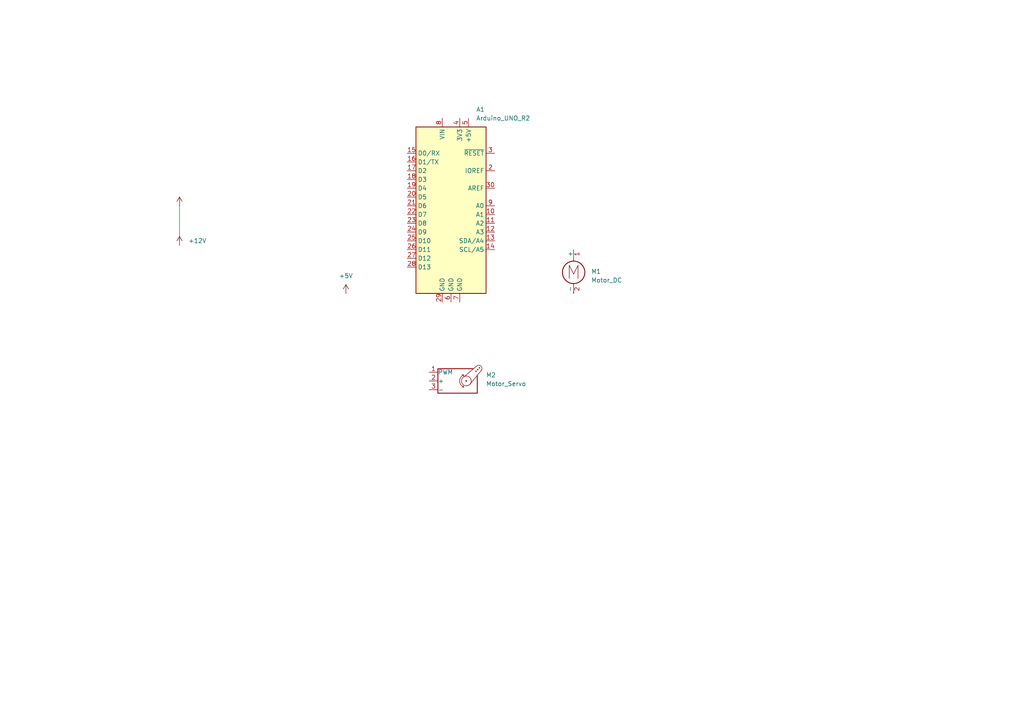
<source format=kicad_sch>
(kicad_sch (version 20231120) (generator "eeschema") (generator_version "8.0")
  (paper "A4")
  (lib_symbols
    (symbol "MCU_Module:Arduino_UNO_R2"
      (property "Reference" "A" (at -10.16 23.495 0))
      (property "Value" "Arduino_UNO_R2" (at 5.08 -26.67 0))
      (symbol "Arduino_UNO_R2_0_1"
        (rectangle (start -10.16 22.86) (end 10.16 -25.4) (stroke (width 0.254)) (fill (type background)))
      )
      (symbol "Arduino_UNO_R2_1_1"
        (pin no_connect line (at -10.16 -20.32 0) (length 2.54) hide (name "NC") (number "1"))
        (pin bidirectional line (at 12.7 -2.54 180) (length 2.54) (name "A1") (number "10"))
        (pin bidirectional line (at 12.7 -5.08 180) (length 2.54) (name "A2") (number "11"))
        (pin bidirectional line (at 12.7 -7.62 180) (length 2.54) (name "A3") (number "12"))
        (pin bidirectional line (at 12.7 -10.16 180) (length 2.54) (name "SDA/A4") (number "13"))
        (pin bidirectional line (at 12.7 -12.7 180) (length 2.54) (name "SCL/A5") (number "14"))
        (pin bidirectional line (at -12.7 15.24 0) (length 2.54) (name "D0/RX") (number "15"))
        (pin bidirectional line (at -12.7 12.7 0) (length 2.54) (name "D1/TX") (number "16"))
        (pin bidirectional line (at -12.7 10.16 0) (length 2.54) (name "D2") (number "17"))
        (pin bidirectional line (at -12.7 7.62 0) (length 2.54) (name "D3") (number "18"))
        (pin bidirectional line (at -12.7 5.08 0) (length 2.54) (name "D4") (number "19"))
        (pin output line (at 12.7 10.16 180) (length 2.54) (name "IOREF") (number "2"))
        (pin bidirectional line (at -12.7 2.54 0) (length 2.54) (name "D5") (number "20"))
        (pin bidirectional line (at -12.7 0 0) (length 2.54) (name "D6") (number "21"))
        (pin bidirectional line (at -12.7 -2.54 0) (length 2.54) (name "D7") (number "22"))
        (pin bidirectional line (at -12.7 -5.08 0) (length 2.54) (name "D8") (number "23"))
        (pin bidirectional line (at -12.7 -7.62 0) (length 2.54) (name "D9") (number "24"))
        (pin bidirectional line (at -12.7 -10.16 0) (length 2.54) (name "D10") (number "25"))
        (pin bidirectional line (at -12.7 -12.7 0) (length 2.54) (name "D11") (number "26"))
        (pin bidirectional line (at -12.7 -15.24 0) (length 2.54) (name "D12") (number "27"))
        (pin bidirectional line (at -12.7 -17.78 0) (length 2.54) (name "D13") (number "28"))
        (pin power_in line (at -2.54 -27.94 90) (length 2.54) (name "GND") (number "29"))
        (pin input line (at 12.7 15.24 180) (length 2.54) (name "~{RESET}") (number "3"))
        (pin input line (at 12.7 5.08 180) (length 2.54) (name "AREF") (number "30"))
        (pin power_out line (at 2.54 25.4 270) (length 2.54) (name "3V3") (number "4"))
        (pin power_out line (at 5.08 25.4 270) (length 2.54) (name "+5V") (number "5"))
        (pin power_in line (at 0 -27.94 90) (length 2.54) (name "GND") (number "6"))
        (pin power_in line (at 2.54 -27.94 90) (length 2.54) (name "GND") (number "7"))
        (pin power_in line (at -2.54 25.4 270) (length 2.54) (name "VIN") (number "8"))
        (pin bidirectional line (at 12.7 0 180) (length 2.54) (name "A0") (number "9"))
      )
    )
    (symbol "Motor:Motor_DC" (pin_names (offset 0))
      (property "Reference" "M" (at 2.54 2.54 0))
      (property "Value" "Motor_DC" (at 2.54 -5.08 0))
      (symbol "Motor_DC_0_0"
        (polyline (pts (xy -1.27 -3.302) (xy -1.27 0.508) (xy 0 -2.032) (xy 1.27 0.508) (xy 1.27 -3.302)))
      )
      (symbol "Motor_DC_0_1"
        (circle (center 0 -1.524) (radius 3.2512) (stroke (width 0.254)))
        (polyline (pts (xy 0 -7.62) (xy 0 -7.112)))
        (polyline (pts (xy 0 -4.7752) (xy 0 -5.1816)))
        (polyline (pts (xy 0 1.7272) (xy 0 2.0828)))
        (polyline (pts (xy 0 2.032) (xy 0 2.54)))
      )
      (symbol "Motor_DC_1_1"
        (pin passive line (at 0 5.08 270) (length 2.54) (name "+") (number "1"))
        (pin passive line (at 0 -7.62 90) (length 2.54) (name "-") (number "2"))
      )
    )
    (symbol "Motor:Motor_Servo" (pin_names (offset 0.0254))
      (property "Reference" "M" (at -5.08 4.445 0))
      (property "Value" "Motor_Servo" (at -5.08 -4.064 0))
      (symbol "Motor_Servo_0_1"
        (polyline (pts (xy 2.413 -1.778) (xy 2.032 -1.778)))
        (polyline (pts (xy 2.413 -1.778) (xy 2.286 -1.397)))
        (polyline (pts (xy 2.413 1.778) (xy 1.905 1.778)))
        (polyline (pts (xy 2.413 1.778) (xy 2.286 1.397)))
        (polyline (pts (xy 6.35 4.445) (xy 2.54 1.27)))
        (polyline (pts (xy 7.62 3.175) (xy 4.191 -1.016)))
        (polyline (pts (xy 5.08 3.556) (xy -5.08 3.556) (xy -5.08 -3.556) (xy 6.35 -3.556) (xy 6.35 1.524)) (stroke (width 0.254)))
        (arc (start 2.413 1.778) (mid 1.2406 0) (end 2.413 -1.778))
        (circle (center 3.175 0) (radius 0.1778))
        (circle (center 3.175 0) (radius 1.4224))
        (circle (center 5.969 2.794) (radius 0.127))
        (circle (center 6.477 3.302) (radius 0.127))
        (circle (center 6.985 3.81) (radius 0.127))
        (arc (start 7.62 3.175) (mid 7.4485 4.2735) (end 6.35 4.445))
      )
      (symbol "Motor_Servo_1_1"
        (pin passive line (at -7.62 2.54 0) (length 2.54) (name "PWM") (number "1"))
        (pin passive line (at -7.62 0 0) (length 2.54) (name "+") (number "2"))
        (pin passive line (at -7.62 -2.54 0) (length 2.54) (name "-") (number "3"))
      )
    )
    (symbol "power:+15V" (power) (pin_numbers hide) (pin_names (offset 0) hide)
      (property "Value" "+15V" (at 0 3.556 0))
      (symbol "+15V_0_1"
        (polyline (pts (xy -0.762 1.27) (xy 0 2.54)))
        (polyline (pts (xy 0 0) (xy 0 2.54)))
        (polyline (pts (xy 0 2.54) (xy 0.762 1.27)))
      )
      (symbol "+15V_1_1"
        (pin power_in line (at 0 0 90) (length 0) (name "~") (number "1"))
      )
    )
    (symbol "power:+3V0" (power) (pin_numbers hide) (pin_names (offset 0) hide)
      (property "Value" "+3V0" (at 0 3.556 0))
      (symbol "+3V0_0_1"
        (polyline (pts (xy -0.762 1.27) (xy 0 2.54)))
        (polyline (pts (xy 0 0) (xy 0 2.54)))
        (polyline (pts (xy 0 2.54) (xy 0.762 1.27)))
      )
      (symbol "+3V0_1_1"
        (pin power_in line (at 0 0 90) (length 0) (name "~") (number "1"))
      )
    )
    (symbol "power:+5V" (power) (pin_numbers hide) (pin_names (offset 0) hide)
      (property "Value" "+5V" (at 0 3.556 0))
      (symbol "+5V_0_1"
        (polyline (pts (xy -0.762 1.27) (xy 0 2.54)))
        (polyline (pts (xy 0 0) (xy 0 2.54)))
        (polyline (pts (xy 0 2.54) (xy 0.762 1.27)))
      )
      (symbol "+5V_1_1"
        (pin power_in line (at 0 0 90) (length 0) (name "~") (number "1"))
      )
    )
  )
  (wire (pts (xy 52.07 59.69) (xy 52.07 69.85)))
  (symbol (lib_id "power:+3V0") (at 52.07 59.69 0) (unit 1)
    (property "Reference" "#PWR03" (effects (hide yes)))
    (property "Value" "+3V0" (effects (hide yes)))
    (property "Description" "Power symbol creates a global label with name \"+3V0\"" (effects (hide yes)))
  )
  (symbol (lib_id "MCU_Module:Arduino_UNO_R2") (at 130.81 59.69 0) (unit 1)
    (property "Reference" "A1" (at 138.0841 31.75 0) (effects (justify left)))
    (property "Value" "Arduino_UNO_R2" (at 138.0841 34.29 0) (effects (justify left)))
    (property "Footprint" "Module:Arduino_UNO_R2" (effects (hide yes)))
    (property "Datasheet" "https://www.arduino.cc/en/Main/arduinoBoardUno" (effects (hide yes)))
    (property "Description" "Arduino UNO Microcontroller Module, release 2" (effects (hide yes)))
  )
  (symbol (lib_id "Motor:Motor_DC") (at 166.37 77.47 0) (unit 1)
    (property "Reference" "M1" (at 171.45 78.7399 0) (effects (justify left)))
    (property "Value" "Motor_DC" (at 171.45 81.2799 0) (effects (justify left)))
    (property "Description" "DC Motor" (effects (hide yes)))
  )
  (symbol (lib_id "power:+15V") (at 52.07 71.12 0) (unit 1)
    (property "Reference" "#PWR02" (effects (hide yes)))
    (property "Value" "+12V" (at 54.61 69.8499 0) (effects (justify left)))
    (property "Description" "Power symbol creates a global label with name \"+15V\"" (effects (hide yes)))
  )
  (symbol (lib_id "Motor:Motor_Servo") (at 132.08 110.49 0) (unit 1)
    (property "Reference" "M2" (at 140.97 108.7865 0) (effects (justify left)))
    (property "Value" "Motor_Servo" (at 140.97 111.3265 0) (effects (justify left)))
    (property "Datasheet" "http://forums.parallax.com/uploads/attachments/46831/74481.png" (effects (hide yes)))
    (property "Description" "Servo Motor (Futaba, HiTec, JR connector)" (effects (hide yes)))
  )
  (symbol (lib_id "power:+5V") (at 100.33 85.09 0) (unit 1)
    (property "Reference" "#PWR01" (effects (hide yes)))
    (property "Value" "+5V" (at 100.33 80.01 0))
    (property "Description" "Power symbol creates a global label with name \"+5V\"" (effects (hide yes)))
  )
)
</source>
